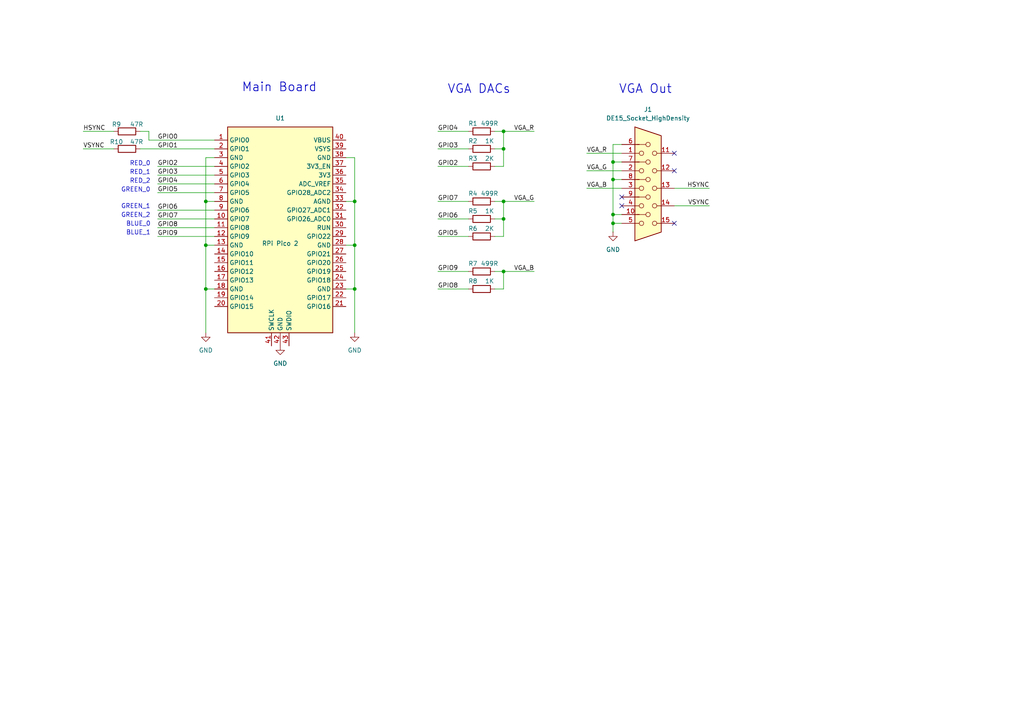
<source format=kicad_sch>
(kicad_sch (version 20250114) (generator "eeschema") (generator_version "9.0")
  (paper "A4")
  (lib_symbols
    (symbol "Connector:DE15_Socket_HighDensity" (pin_names (offset 1.016) (hide yes))
      (property "Reference" "J" (at 0 21.59 0))
      (property "Value" "DE15_Socket_HighDensity" (at 0 19.05 0))
      (symbol "DE15_Socket_HighDensity_0_1"
        (polyline (pts (xy -3.81 17.78) (xy -3.81 -15.24) (xy 3.81 -12.7) (xy 3.81 15.24) (xy -3.81 17.78)) (stroke (width 0.254)) (fill (type background)))
        (polyline (pts (xy -3.175 7.62) (xy -0.635 7.62)))
        (circle (center -1.905 10.16) (radius 0.635))
        (circle (center -1.905 5.08) (radius 0.635))
        (circle (center -1.905 0) (radius 0.635))
        (circle (center -1.905 -5.08) (radius 0.635))
        (circle (center -1.905 -10.16) (radius 0.635))
        (polyline (pts (xy -0.635 12.7) (xy -3.175 12.7)))
        (polyline (pts (xy -0.635 2.54) (xy -3.175 2.54)))
        (polyline (pts (xy -0.635 -2.54) (xy -3.175 -2.54)))
        (polyline (pts (xy -0.635 -7.62) (xy -3.175 -7.62)))
        (circle (center 0 12.7) (radius 0.635))
        (circle (center 0 7.62) (radius 0.635))
        (circle (center 0 2.54) (radius 0.635))
        (circle (center 0 -2.54) (radius 0.635))
        (circle (center 0 -7.62) (radius 0.635))
        (circle (center 1.905 10.16) (radius 0.635))
        (circle (center 1.905 5.08) (radius 0.635))
        (circle (center 1.905 0) (radius 0.635))
        (circle (center 1.905 -5.08) (radius 0.635))
        (circle (center 1.905 -10.16) (radius 0.635))
      )
      (symbol "DE15_Socket_HighDensity_1_1"
        (pin passive line (at -7.62 12.7 0) (length 5.08) (name "~") (number "6"))
        (pin passive line (at -7.62 10.16 0) (length 5.08) (name "~") (number "1"))
        (pin passive line (at -7.62 7.62 0) (length 5.08) (name "~") (number "7"))
        (pin passive line (at -7.62 5.08 0) (length 5.08) (name "~") (number "2"))
        (pin passive line (at -7.62 2.54 0) (length 5.08) (name "~") (number "8"))
        (pin passive line (at -7.62 0 0) (length 5.08) (name "~") (number "3"))
        (pin passive line (at -7.62 -2.54 0) (length 5.08) (name "~") (number "9"))
        (pin passive line (at -7.62 -5.08 0) (length 5.08) (name "~") (number "4"))
        (pin passive line (at -7.62 -7.62 0) (length 5.08) (name "~") (number "10"))
        (pin passive line (at -7.62 -10.16 0) (length 5.08) (name "~") (number "5"))
        (pin passive line (at 7.62 10.16 180) (length 5.08) (name "~") (number "11"))
        (pin passive line (at 7.62 5.08 180) (length 5.08) (name "~") (number "12"))
        (pin passive line (at 7.62 0 180) (length 5.08) (name "~") (number "13"))
        (pin passive line (at 7.62 -5.08 180) (length 5.08) (name "~") (number "14"))
        (pin passive line (at 7.62 -10.16 180) (length 5.08) (name "~") (number "15"))
      )
    )
    (symbol "Device:R" (pin_numbers (hide yes)) (pin_names (offset 0))
      (property "Reference" "R" (at 2.032 0 90))
      (property "Value" "R" (at 0 0 90))
      (symbol "R_0_1"
        (rectangle (start -1.016 -2.54) (end 1.016 2.54) (stroke (width 0.254)))
      )
      (symbol "R_1_1"
        (pin passive line (at 0 3.81 270) (length 1.27) (name "~") (number "1"))
        (pin passive line (at 0 -3.81 90) (length 1.27) (name "~") (number "2"))
      )
    )
    (symbol "MCU_RPi:RPi_Pico_SMD_TH"
      (property "Reference" "U" (at -13.97 27.686 0))
      (symbol "RPi_Pico_SMD_TH_1_1"
        (rectangle (start -15.24 25.4) (end 15.24 -34.29) (stroke (width 0.254)) (fill (type background)))
        (pin bidirectional line (at -19.05 21.59 0) (length 3.81) (name "GPIO0") (number "1"))
        (pin bidirectional line (at -19.05 19.05 0) (length 3.81) (name "GPIO1") (number "2"))
        (pin power_in line (at -19.05 16.51 0) (length 3.81) (name "GND") (number "3"))
        (pin bidirectional line (at -19.05 13.97 0) (length 3.81) (name "GPIO2") (number "4"))
        (pin bidirectional line (at -19.05 11.43 0) (length 3.81) (name "GPIO3") (number "5"))
        (pin bidirectional line (at -19.05 8.89 0) (length 3.81) (name "GPIO4") (number "6"))
        (pin bidirectional line (at -19.05 6.35 0) (length 3.81) (name "GPIO5") (number "7"))
        (pin power_in line (at -19.05 3.81 0) (length 3.81) (name "GND") (number "8"))
        (pin bidirectional line (at -19.05 1.27 0) (length 3.81) (name "GPIO6") (number "9"))
        (pin bidirectional line (at -19.05 -1.27 0) (length 3.81) (name "GPIO7") (number "10"))
        (pin bidirectional line (at -19.05 -3.81 0) (length 3.81) (name "GPIO8") (number "11"))
        (pin bidirectional line (at -19.05 -6.35 0) (length 3.81) (name "GPIO9") (number "12"))
        (pin power_in line (at -19.05 -8.89 0) (length 3.81) (name "GND") (number "13"))
        (pin bidirectional line (at -19.05 -11.43 0) (length 3.81) (name "GPIO10") (number "14"))
        (pin bidirectional line (at -19.05 -13.97 0) (length 3.81) (name "GPIO11") (number "15"))
        (pin bidirectional line (at -19.05 -16.51 0) (length 3.81) (name "GPIO12") (number "16"))
        (pin bidirectional line (at -19.05 -19.05 0) (length 3.81) (name "GPIO13") (number "17"))
        (pin power_in line (at -19.05 -21.59 0) (length 3.81) (name "GND") (number "18"))
        (pin bidirectional line (at -19.05 -24.13 0) (length 3.81) (name "GPIO14") (number "19"))
        (pin bidirectional line (at -19.05 -26.67 0) (length 3.81) (name "GPIO15") (number "20"))
        (pin input line (at -2.54 -38.1 90) (length 3.81) (name "SWCLK") (number "41"))
        (pin power_in line (at 0 -38.1 90) (length 3.81) (name "GND") (number "42"))
        (pin bidirectional line (at 2.54 -38.1 90) (length 3.81) (name "SWDIO") (number "43"))
        (pin power_in line (at 19.05 21.59 180) (length 3.81) (name "VBUS") (number "40"))
        (pin power_in line (at 19.05 19.05 180) (length 3.81) (name "VSYS") (number "39"))
        (pin power_in line (at 19.05 16.51 180) (length 3.81) (name "GND") (number "38"))
        (pin input line (at 19.05 13.97 180) (length 3.81) (name "3V3_EN") (number "37"))
        (pin power_in line (at 19.05 11.43 180) (length 3.81) (name "3V3") (number "36"))
        (pin power_in line (at 19.05 8.89 180) (length 3.81) (name "ADC_VREF") (number "35"))
        (pin bidirectional line (at 19.05 6.35 180) (length 3.81) (name "GPIO28_ADC2") (number "34"))
        (pin power_in line (at 19.05 3.81 180) (length 3.81) (name "AGND") (number "33"))
        (pin bidirectional line (at 19.05 1.27 180) (length 3.81) (name "GPIO27_ADC1") (number "32"))
        (pin bidirectional line (at 19.05 -1.27 180) (length 3.81) (name "GPIO26_ADC0") (number "31"))
        (pin input line (at 19.05 -3.81 180) (length 3.81) (name "RUN") (number "30"))
        (pin bidirectional line (at 19.05 -6.35 180) (length 3.81) (name "GPIO22") (number "29"))
        (pin power_in line (at 19.05 -8.89 180) (length 3.81) (name "GND") (number "28"))
        (pin bidirectional line (at 19.05 -11.43 180) (length 3.81) (name "GPIO21") (number "27"))
        (pin bidirectional line (at 19.05 -13.97 180) (length 3.81) (name "GPIO20") (number "26"))
        (pin bidirectional line (at 19.05 -16.51 180) (length 3.81) (name "GPIO19") (number "25"))
        (pin bidirectional line (at 19.05 -19.05 180) (length 3.81) (name "GPIO18") (number "24"))
        (pin power_in line (at 19.05 -21.59 180) (length 3.81) (name "GND") (number "23"))
        (pin bidirectional line (at 19.05 -24.13 180) (length 3.81) (name "GPIO17") (number "22"))
        (pin bidirectional line (at 19.05 -26.67 180) (length 3.81) (name "GPIO16") (number "21"))
      )
    )
    (symbol "power:GND" (power) (pin_numbers (hide yes)) (pin_names (offset 0) (hide yes))
      (property "Value" "GND" (at 0 -3.81 0))
      (symbol "GND_0_1"
        (polyline (pts (xy 0 0) (xy 0 -1.27) (xy 1.27 -1.27) (xy 0 -2.54) (xy -1.27 -1.27) (xy 0 -1.27)))
      )
      (symbol "GND_1_1"
        (pin power_in line (at 0 0 270) (length 0) (name "~") (number "1"))
      )
    )
  )
  (text "GREEN_1" (at 39.37 59.944 0) (effects (font (size 1.27 1.27))))
  (text "BLUE_0" (at 40.132 65.024 0) (effects (font (size 1.27 1.27))))
  (text "VGA DACs" (at 138.938 25.908 0) (effects (font (size 2.54 2.54) (thickness 0.2223))))
  (text "RED_2" (at 40.64 52.578 0) (effects (font (size 1.27 1.27))))
  (text "GREEN_2" (at 39.37 62.484 0) (effects (font (size 1.27 1.27))))
  (text "VGA Out" (at 187.198 25.908 0) (effects (font (size 2.54 2.54) (thickness 0.2223))))
  (text "RED_0" (at 40.64 47.498 0) (effects (font (size 1.27 1.27))))
  (text "Main Board" (at 81.026 25.4 0) (effects (font (size 2.54 2.54) (thickness 0.2223))))
  (text "BLUE_1" (at 40.132 67.564 0) (effects (font (size 1.27 1.27))))
  (text "RED_1" (at 40.64 50.038 0) (effects (font (size 1.27 1.27))))
  (text "GREEN_0" (at 39.37 55.118 0) (effects (font (size 1.27 1.27))))
  (junction (at 59.69 58.42))
  (junction (at 59.69 71.12))
  (junction (at 177.8 62.23))
  (junction (at 177.8 64.77))
  (junction (at 177.8 46.99))
  (junction (at 102.87 71.12))
  (junction (at 146.05 78.74))
  (junction (at 146.05 43.18))
  (junction (at 102.87 83.82))
  (junction (at 146.05 38.1))
  (junction (at 102.87 58.42))
  (junction (at 146.05 58.42))
  (junction (at 59.69 83.82))
  (junction (at 146.05 63.5))
  (junction (at 177.8 52.07))
  (no_connect (at 180.34 59.69))
  (no_connect (at 195.58 64.77))
  (no_connect (at 195.58 44.45))
  (no_connect (at 180.34 57.15))
  (no_connect (at 195.58 49.53))
  (wire (pts (xy 143.51 68.58) (xy 146.05 68.58)))
  (wire (pts (xy 180.34 41.91) (xy 177.8 41.91)))
  (wire (pts (xy 45.72 63.5) (xy 62.23 63.5)))
  (wire (pts (xy 43.18 38.1) (xy 40.64 38.1)))
  (wire (pts (xy 177.8 46.99) (xy 177.8 52.07)))
  (wire (pts (xy 127 83.82) (xy 135.89 83.82)))
  (wire (pts (xy 59.69 58.42) (xy 59.69 71.12)))
  (wire (pts (xy 102.87 58.42) (xy 100.33 58.42)))
  (wire (pts (xy 40.64 43.18) (xy 62.23 43.18)))
  (wire (pts (xy 177.8 46.99) (xy 180.34 46.99)))
  (wire (pts (xy 45.72 53.34) (xy 62.23 53.34)))
  (wire (pts (xy 146.05 68.58) (xy 146.05 63.5)))
  (wire (pts (xy 127 43.18) (xy 135.89 43.18)))
  (wire (pts (xy 143.51 63.5) (xy 146.05 63.5)))
  (wire (pts (xy 59.69 71.12) (xy 62.23 71.12)))
  (wire (pts (xy 102.87 71.12) (xy 100.33 71.12)))
  (wire (pts (xy 143.51 78.74) (xy 146.05 78.74)))
  (wire (pts (xy 143.51 43.18) (xy 146.05 43.18)))
  (wire (pts (xy 62.23 45.72) (xy 59.69 45.72)))
  (wire (pts (xy 59.69 58.42) (xy 62.23 58.42)))
  (wire (pts (xy 143.51 83.82) (xy 146.05 83.82)))
  (wire (pts (xy 24.13 43.18) (xy 33.02 43.18)))
  (wire (pts (xy 24.13 38.1) (xy 33.02 38.1)))
  (wire (pts (xy 170.18 54.61) (xy 180.34 54.61)))
  (wire (pts (xy 59.69 83.82) (xy 62.23 83.82)))
  (wire (pts (xy 59.69 83.82) (xy 59.69 96.52)))
  (wire (pts (xy 45.72 50.8) (xy 62.23 50.8)))
  (wire (pts (xy 102.87 58.42) (xy 102.87 71.12)))
  (wire (pts (xy 102.87 71.12) (xy 102.87 83.82)))
  (wire (pts (xy 45.72 48.26) (xy 62.23 48.26)))
  (wire (pts (xy 170.18 49.53) (xy 180.34 49.53)))
  (wire (pts (xy 127 68.58) (xy 135.89 68.58)))
  (wire (pts (xy 127 78.74) (xy 135.89 78.74)))
  (wire (pts (xy 177.8 64.77) (xy 177.8 67.31)))
  (wire (pts (xy 143.51 58.42) (xy 146.05 58.42)))
  (wire (pts (xy 45.72 66.04) (xy 62.23 66.04)))
  (wire (pts (xy 45.72 60.96) (xy 62.23 60.96)))
  (wire (pts (xy 146.05 83.82) (xy 146.05 78.74)))
  (wire (pts (xy 59.69 71.12) (xy 59.69 83.82)))
  (wire (pts (xy 59.69 45.72) (xy 59.69 58.42)))
  (wire (pts (xy 146.05 78.74) (xy 154.94 78.74)))
  (wire (pts (xy 177.8 52.07) (xy 180.34 52.07)))
  (wire (pts (xy 43.18 40.64) (xy 43.18 38.1)))
  (wire (pts (xy 102.87 83.82) (xy 102.87 96.52)))
  (wire (pts (xy 177.8 52.07) (xy 177.8 62.23)))
  (wire (pts (xy 102.87 83.82) (xy 100.33 83.82)))
  (wire (pts (xy 102.87 45.72) (xy 102.87 58.42)))
  (wire (pts (xy 146.05 48.26) (xy 146.05 43.18)))
  (wire (pts (xy 177.8 62.23) (xy 177.8 64.77)))
  (wire (pts (xy 127 58.42) (xy 135.89 58.42)))
  (wire (pts (xy 143.51 38.1) (xy 146.05 38.1)))
  (wire (pts (xy 146.05 43.18) (xy 146.05 38.1)))
  (wire (pts (xy 43.18 40.64) (xy 62.23 40.64)))
  (wire (pts (xy 177.8 64.77) (xy 180.34 64.77)))
  (wire (pts (xy 100.33 45.72) (xy 102.87 45.72)))
  (wire (pts (xy 45.72 68.58) (xy 62.23 68.58)))
  (wire (pts (xy 177.8 41.91) (xy 177.8 46.99)))
  (wire (pts (xy 195.58 59.69) (xy 205.74 59.69)))
  (wire (pts (xy 146.05 63.5) (xy 146.05 58.42)))
  (wire (pts (xy 45.72 55.88) (xy 62.23 55.88)))
  (wire (pts (xy 127 48.26) (xy 135.89 48.26)))
  (wire (pts (xy 127 38.1) (xy 135.89 38.1)))
  (wire (pts (xy 146.05 38.1) (xy 154.94 38.1)))
  (wire (pts (xy 143.51 48.26) (xy 146.05 48.26)))
  (wire (pts (xy 195.58 54.61) (xy 205.74 54.61)))
  (wire (pts (xy 127 63.5) (xy 135.89 63.5)))
  (wire (pts (xy 146.05 58.42) (xy 154.94 58.42)))
  (wire (pts (xy 170.18 44.45) (xy 180.34 44.45)))
  (wire (pts (xy 177.8 62.23) (xy 180.34 62.23)))
  (label "VGA_B" (at 170.18 54.61 0))
  (label "HSYNC" (at 24.13 38.1 0))
  (label "GPIO2" (at 45.72 48.26 0))
  (label "GPIO4" (at 45.72 53.34 0))
  (label "GPIO1" (at 45.72 43.18 0))
  (label "VGA_B" (at 154.94 78.74 180))
  (label "VSYNC" (at 24.13 43.18 0))
  (label "GPIO3" (at 127 43.18 0))
  (label "GPIO8" (at 45.72 66.04 0))
  (label "VSYNC" (at 205.74 59.69 180))
  (label "VGA_G" (at 154.94 58.42 180))
  (label "GPIO0" (at 45.72 40.64 0))
  (label "GPIO7" (at 127 58.42 0))
  (label "GPIO3" (at 45.72 50.8 0))
  (label "GPIO8" (at 127 83.82 0))
  (label "GPIO7" (at 45.72 63.5 0))
  (label "GPIO6" (at 45.72 60.96 0))
  (label "GPIO2" (at 127 48.26 0))
  (label "GPIO6" (at 127 63.5 0))
  (label "GPIO9" (at 127 78.74 0))
  (label "GPIO9" (at 45.72 68.58 0))
  (label "GPIO4" (at 127 38.1 0))
  (label "HSYNC" (at 205.74 54.61 180))
  (label "VGA_G" (at 170.18 49.53 0))
  (label "GPIO5" (at 45.72 55.88 0))
  (label "VGA_R" (at 170.18 44.45 0))
  (label "VGA_R" (at 154.94 38.1 180))
  (label "GPIO5" (at 127 68.58 0))
  (symbol (lib_id "power:GND") (at 81.28 100.33 0) (mirror y) (unit 1)
    (property "Reference" "#PWR04" (effects (hide yes)))
    (property "Value" "GND" (at 81.28 105.41 0))
    (property "Description" "Power symbol creates a global label with name \"GND\" , ground" (effects (hide yes)))
  )
  (symbol (lib_id "power:GND") (at 102.87 96.52 0) (mirror y) (unit 1)
    (property "Reference" "#PWR02" (effects (hide yes)))
    (property "Value" "GND" (at 102.87 101.6 0))
    (property "Description" "Power symbol creates a global label with name \"GND\" , ground" (effects (hide yes)))
  )
  (symbol (lib_id "Device:R") (at 139.7 48.26 90) (unit 1)
    (property "Reference" "R3" (at 137.16 45.974 90))
    (property "Value" "2K" (at 141.986 45.974 90))
    (property "Description" "Resistor" (effects (hide yes)))
  )
  (symbol (lib_id "Device:R") (at 139.7 43.18 90) (unit 1)
    (property "Reference" "R2" (at 137.16 40.894 90))
    (property "Value" "1K" (at 141.986 40.894 90))
    (property "Description" "Resistor" (effects (hide yes)))
  )
  (symbol (lib_id "Connector:DE15_Socket_HighDensity") (at 187.96 54.61 0) (unit 1)
    (property "Reference" "J1" (at 187.96 31.75 0))
    (property "Value" "DE15_Socket_HighDensity" (at 187.96 34.29 0))
    (property "Description" "15-pin D-SUB connector, socket (female), High density (3 columns), Triple Row, Generic, VGA-connector" (effects (hide yes)))
  )
  (symbol (lib_id "Device:R") (at 36.83 43.18 90) (unit 1)
    (property "Reference" "R10" (at 33.782 41.148 90))
    (property "Value" "47R" (at 39.624 41.148 90))
    (property "Description" "Resistor" (effects (hide yes)))
  )
  (symbol (lib_id "Device:R") (at 139.7 38.1 90) (unit 1)
    (property "Reference" "R1" (at 137.16 35.814 90))
    (property "Value" "499R" (at 141.986 35.814 90))
    (property "Description" "Resistor" (effects (hide yes)))
  )
  (symbol (lib_id "Device:R") (at 139.7 78.74 90) (unit 1)
    (property "Reference" "R7" (at 137.16 76.454 90))
    (property "Value" "499R" (at 141.986 76.454 90))
    (property "Description" "Resistor" (effects (hide yes)))
  )
  (symbol (lib_id "Device:R") (at 36.83 38.1 90) (unit 1)
    (property "Reference" "R9" (at 33.782 36.068 90))
    (property "Value" "47R" (at 39.624 36.068 90))
    (property "Description" "Resistor" (effects (hide yes)))
  )
  (symbol (lib_id "Device:R") (at 139.7 63.5 90) (unit 1)
    (property "Reference" "R5" (at 137.16 61.214 90))
    (property "Value" "1K" (at 141.986 61.214 90))
    (property "Description" "Resistor" (effects (hide yes)))
  )
  (symbol (lib_id "MCU_RPi:RPi_Pico_SMD_TH") (at 81.28 62.23 0) (unit 1)
    (property "Reference" "U1" (at 81.28 34.29 0))
    (property "Value" "RPi Pico 2" (at 81.28 70.612 0))
    (property "Footprint" "MCU_RPi:RPi_Pico_SMD_TH" (effects (hide yes)))
  )
  (symbol (lib_id "Device:R") (at 139.7 83.82 90) (unit 1)
    (property "Reference" "R8" (at 137.16 81.534 90))
    (property "Value" "1K" (at 141.986 81.534 90))
    (property "Description" "Resistor" (effects (hide yes)))
  )
  (symbol (lib_id "power:GND") (at 177.8 67.31 0) (unit 1)
    (property "Reference" "#PWR03" (effects (hide yes)))
    (property "Value" "GND" (at 177.8 72.39 0))
    (property "Description" "Power symbol creates a global label with name \"GND\" , ground" (effects (hide yes)))
  )
  (symbol (lib_id "power:GND") (at 59.69 96.52 0) (unit 1)
    (property "Reference" "#PWR01" (effects (hide yes)))
    (property "Value" "GND" (at 59.69 101.6 0))
    (property "Description" "Power symbol creates a global label with name \"GND\" , ground" (effects (hide yes)))
  )
  (symbol (lib_id "Device:R") (at 139.7 58.42 90) (unit 1)
    (property "Reference" "R4" (at 137.16 56.134 90))
    (property "Value" "499R" (at 141.986 56.134 90))
    (property "Description" "Resistor" (effects (hide yes)))
  )
  (symbol (lib_id "Device:R") (at 139.7 68.58 90) (unit 1)
    (property "Reference" "R6" (at 137.16 66.294 90))
    (property "Value" "2K" (at 141.986 66.294 90))
    (property "Description" "Resistor" (effects (hide yes)))
  )
)
</source>
